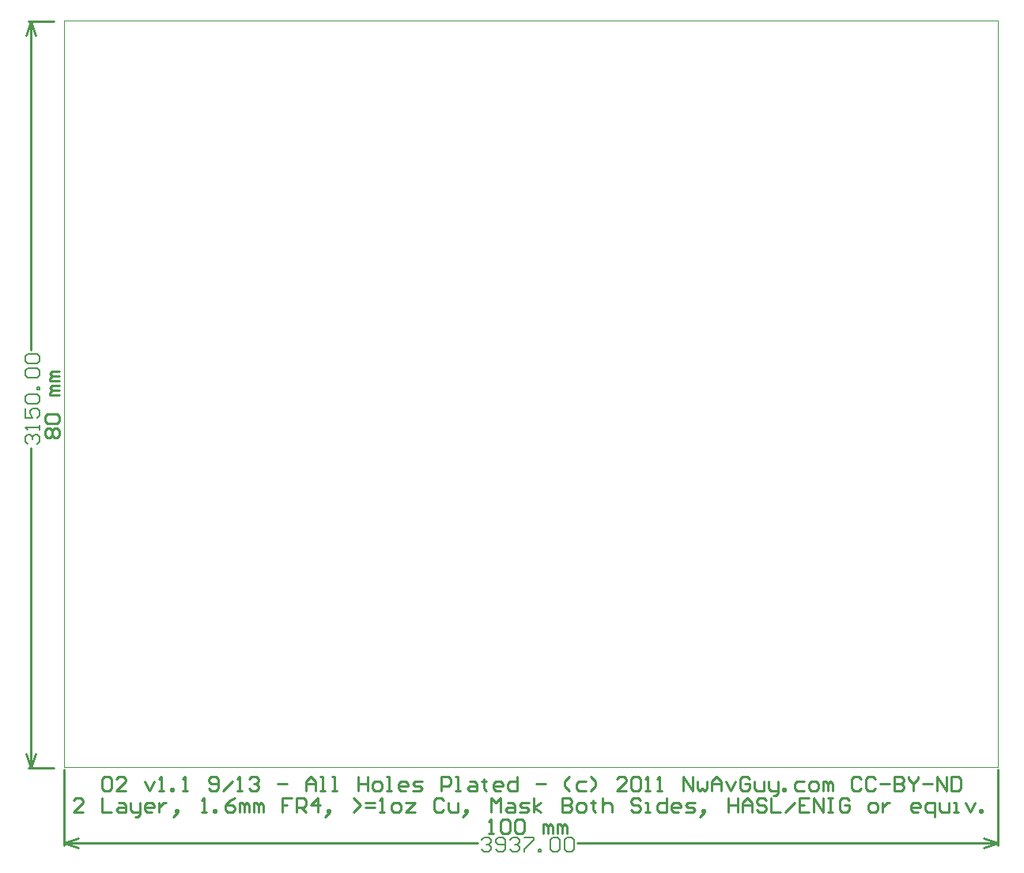
<source format=gm1>
%FSTAX24Y24*%
%MOIN*%
G70*
G01*
G75*
G04 Layer_Color=48896*
%ADD10C,0.0200*%
%ADD11C,0.0220*%
%ADD12C,0.0160*%
%ADD13C,0.0100*%
%ADD14C,0.0150*%
%ADD15C,0.0120*%
%ADD16C,0.0300*%
%ADD17C,0.0250*%
%ADD18C,0.0450*%
%ADD19C,0.0420*%
%ADD20C,0.1000*%
%ADD21C,0.0350*%
%ADD22C,0.0500*%
%ADD23C,0.0600*%
%ADD24C,0.0700*%
%ADD25C,0.0400*%
%ADD26C,0.0550*%
%ADD27C,0.0380*%
%ADD28C,0.0750*%
%ADD29R,0.0559X0.1130*%
%ADD30C,0.0010*%
%ADD31C,0.0670*%
%ADD32O,0.0748X0.0984*%
%ADD33O,0.0787X0.0984*%
%ADD34O,0.0950X0.1400*%
%ADD35O,0.0900X0.1400*%
%ADD36O,0.1400X0.0950*%
%ADD37C,0.0750*%
%ADD38C,0.0580*%
%ADD39C,0.0640*%
%ADD40C,0.0660*%
%ADD41R,0.0660X0.0660*%
%ADD42C,0.0550*%
%ADD43O,0.0540X0.0580*%
%ADD44C,0.0540*%
%ADD45C,0.0500*%
%ADD46C,0.1600*%
%ADD47C,0.1450*%
%ADD48C,0.0700*%
%ADD49O,0.0740X0.1500*%
%ADD50O,0.1500X0.0740*%
%ADD51C,0.0600*%
%ADD52C,0.0800*%
%ADD53O,0.0550X0.0650*%
%ADD54R,0.0550X0.0650*%
%ADD55R,0.0580X0.0580*%
%ADD56O,0.0650X0.0550*%
%ADD57R,0.0650X0.0550*%
%ADD58R,0.0787X0.0787*%
%ADD59C,0.0787*%
%ADD60R,0.0787X0.0787*%
%ADD61R,0.0730X0.0800*%
%ADD62R,0.0690X0.0800*%
%ADD63O,0.0690X0.0800*%
%ADD64C,0.1370*%
%ADD65C,0.0630*%
%ADD66C,0.0079*%
%ADD67C,0.0118*%
%ADD68C,0.0080*%
%ADD69C,0.0090*%
%ADD70R,0.0315X0.1102*%
%ADD71R,0.1102X0.0315*%
%ADD72C,0.0300*%
%ADD73O,0.0828X0.1064*%
%ADD74O,0.0867X0.1064*%
%ADD75O,0.1030X0.1480*%
%ADD76O,0.0980X0.1480*%
%ADD77O,0.1480X0.1030*%
%ADD78C,0.0830*%
%ADD79C,0.0720*%
%ADD80C,0.0740*%
%ADD81R,0.0740X0.0740*%
%ADD82O,0.0620X0.0660*%
%ADD83C,0.0620*%
%ADD84C,0.1680*%
%ADD85C,0.1530*%
%ADD86C,0.0780*%
%ADD87O,0.0820X0.1580*%
%ADD88O,0.1580X0.0820*%
%ADD89C,0.0680*%
%ADD90C,0.0880*%
%ADD91O,0.0630X0.0730*%
%ADD92R,0.0630X0.0730*%
%ADD93O,0.0730X0.0630*%
%ADD94R,0.0730X0.0630*%
%ADD95R,0.0867X0.0867*%
%ADD96C,0.0867*%
%ADD97R,0.0867X0.0867*%
%ADD98R,0.0810X0.0880*%
%ADD99R,0.0770X0.0880*%
%ADD100O,0.0770X0.0880*%
%ADD101C,0.0710*%
%ADD102R,0.2111X0.0800*%
%ADD103C,0.0060*%
D13*
X019685Y-0348D02*
Y-031605D01*
X-019685Y-0348D02*
Y-031605D01*
X001949Y-0347D02*
X019685D01*
X-019685D02*
X-002269D01*
X019085Y-0345D02*
X019685Y-0347D01*
X019085Y-0349D02*
X019685Y-0347D01*
X-019685D02*
X-019085Y-0349D01*
X-019685Y-0347D02*
X-019085Y-0345D01*
X-0212Y-00005D02*
X-02013D01*
X-0212Y-03155D02*
X-02013D01*
X-0211Y-013901D02*
Y-00005D01*
Y-03155D02*
Y-018019D01*
X-0213Y-00065D02*
X-0211Y-00005D01*
X-0209Y-00065D01*
X-0211Y-03155D02*
X-0209Y-03095D01*
X-0213D02*
X-0211Y-03155D01*
X-0018Y-0343D02*
X-0016D01*
X-0017D01*
Y-0337D01*
X-0018Y-0338D01*
X-0013D02*
X-0012Y-0337D01*
X-001D01*
X-0009Y-0338D01*
Y-0342D01*
X-001Y-0343D01*
X-0012D01*
X-0013Y-0342D01*
Y-0338D01*
X-0007D02*
X-0006Y-0337D01*
X-0004D01*
X-0003Y-0338D01*
Y-0342D01*
X-0004Y-0343D01*
X-0006D01*
X-0007Y-0342D01*
Y-0338D01*
X000499Y-0343D02*
Y-0339D01*
X000599D01*
X000699Y-034D01*
Y-0343D01*
Y-034D01*
X000799Y-0339D01*
X000899Y-034D01*
Y-0343D01*
X001099D02*
Y-0339D01*
X001199D01*
X001299Y-034D01*
Y-0343D01*
Y-034D01*
X001399Y-0339D01*
X001499Y-034D01*
Y-0343D01*
X-0204Y-0176D02*
X-0205Y-0175D01*
Y-0173D01*
X-0204Y-0172D01*
X-0203D01*
X-0202Y-0173D01*
X-0201Y-0172D01*
X-02D01*
X-0199Y-0173D01*
Y-0175D01*
X-02Y-0176D01*
X-0201D01*
X-0202Y-0175D01*
X-0203Y-0176D01*
X-0204D01*
X-0202Y-0175D02*
Y-0173D01*
X-0204Y-017D02*
X-0205Y-0169D01*
Y-0167D01*
X-0204Y-0166D01*
X-02D01*
X-0199Y-0167D01*
Y-0169D01*
X-02Y-017D01*
X-0204D01*
X-0199Y-015801D02*
X-0203D01*
Y-015701D01*
X-0202Y-015601D01*
X-0199D01*
X-0202D01*
X-0203Y-015501D01*
X-0202Y-015401D01*
X-0199D01*
Y-015201D02*
X-0203D01*
Y-015101D01*
X-0202Y-015001D01*
X-0199D01*
X-0202D01*
X-0203Y-014901D01*
X-0202Y-014801D01*
X-0199D01*
X-0189Y-0334D02*
X-0193D01*
X-0189Y-033D01*
Y-0329D01*
X-019Y-0328D01*
X-0192D01*
X-0193Y-0329D01*
X-0181Y-0328D02*
Y-0334D01*
X-017701D01*
X-017401Y-033D02*
X-017201D01*
X-017101Y-0331D01*
Y-0334D01*
X-017401D01*
X-017501Y-0333D01*
X-017401Y-0332D01*
X-017101D01*
X-016901Y-033D02*
Y-0333D01*
X-016801Y-0334D01*
X-016501D01*
Y-0335D01*
X-016601Y-0336D01*
X-016701D01*
X-016501Y-0334D02*
Y-033D01*
X-016001Y-0334D02*
X-016201D01*
X-016301Y-0333D01*
Y-0331D01*
X-016201Y-033D01*
X-016001D01*
X-015901Y-0331D01*
Y-0332D01*
X-016301D01*
X-015701Y-033D02*
Y-0334D01*
Y-0332D01*
X-015601Y-0331D01*
X-015501Y-033D01*
X-015401D01*
X-015001Y-0335D02*
X-014901Y-0334D01*
Y-0333D01*
X-015001D01*
Y-0334D01*
X-014901D01*
X-015001Y-0335D01*
X-015101Y-0336D01*
X-013902Y-0334D02*
X-013702D01*
X-013802D01*
Y-0328D01*
X-013902Y-0329D01*
X-013402Y-0334D02*
Y-0333D01*
X-013302D01*
Y-0334D01*
X-013402D01*
X-012502Y-0328D02*
X-012702Y-0329D01*
X-012902Y-0331D01*
Y-0333D01*
X-012802Y-0334D01*
X-012602D01*
X-012502Y-0333D01*
Y-0332D01*
X-012602Y-0331D01*
X-012902D01*
X-012302Y-0334D02*
Y-033D01*
X-012202D01*
X-012102Y-0331D01*
Y-0334D01*
Y-0331D01*
X-012002Y-033D01*
X-011902Y-0331D01*
Y-0334D01*
X-011702D02*
Y-033D01*
X-011602D01*
X-011503Y-0331D01*
Y-0334D01*
Y-0331D01*
X-011403Y-033D01*
X-011303Y-0331D01*
Y-0334D01*
X-010103Y-0328D02*
X-010503D01*
Y-0331D01*
X-010303D01*
X-010503D01*
Y-0334D01*
X-009903D02*
Y-0328D01*
X-009603D01*
X-009503Y-0329D01*
Y-0331D01*
X-009603Y-0332D01*
X-009903D01*
X-009703D02*
X-009503Y-0334D01*
X-009003D02*
Y-0328D01*
X-009303Y-0331D01*
X-008903D01*
X-008603Y-0335D02*
X-008503Y-0334D01*
Y-0333D01*
X-008603D01*
Y-0334D01*
X-008503D01*
X-008603Y-0335D01*
X-008703Y-0336D01*
X-007504Y-0334D02*
X-007204Y-0331D01*
X-007504Y-0328D01*
X-007004Y-0332D02*
X-006604D01*
X-007004Y-033D02*
X-006604D01*
X-006404Y-0334D02*
X-006204D01*
X-006304D01*
Y-0328D01*
X-006404Y-0329D01*
X-005804Y-0334D02*
X-005604D01*
X-005504Y-0333D01*
Y-0331D01*
X-005604Y-033D01*
X-005804D01*
X-005904Y-0331D01*
Y-0333D01*
X-005804Y-0334D01*
X-005305Y-033D02*
X-004905D01*
X-005305Y-0334D01*
X-004905D01*
X-003705Y-0329D02*
X-003805Y-0328D01*
X-004005D01*
X-004105Y-0329D01*
Y-0333D01*
X-004005Y-0334D01*
X-003805D01*
X-003705Y-0333D01*
X-003505Y-033D02*
Y-0333D01*
X-003405Y-0334D01*
X-003105D01*
Y-033D01*
X-002805Y-0335D02*
X-002705Y-0334D01*
Y-0333D01*
X-002805D01*
Y-0334D01*
X-002705D01*
X-002805Y-0335D01*
X-002905Y-0336D01*
X-001706Y-0334D02*
Y-0328D01*
X-001506Y-033D01*
X-001306Y-0328D01*
Y-0334D01*
X-001006Y-033D02*
X-000806D01*
X-000706Y-0331D01*
Y-0334D01*
X-001006D01*
X-001106Y-0333D01*
X-001006Y-0332D01*
X-000706D01*
X-000506Y-0334D02*
X-000206D01*
X-000106Y-0333D01*
X-000206Y-0332D01*
X-000406D01*
X-000506Y-0331D01*
X-000406Y-033D01*
X-000106D01*
X000094Y-0334D02*
Y-0328D01*
Y-0332D02*
X000394Y-033D01*
X000094Y-0332D02*
X000394Y-0334D01*
X001293Y-0328D02*
Y-0334D01*
X001593D01*
X001693Y-0333D01*
Y-0332D01*
X001593Y-0331D01*
X001293D01*
X001593D01*
X001693Y-033D01*
Y-0329D01*
X001593Y-0328D01*
X001293D01*
X001993Y-0334D02*
X002193D01*
X002293Y-0333D01*
Y-0331D01*
X002193Y-033D01*
X001993D01*
X001893Y-0331D01*
Y-0333D01*
X001993Y-0334D01*
X002593Y-0329D02*
Y-033D01*
X002493D01*
X002693D01*
X002593D01*
Y-0333D01*
X002693Y-0334D01*
X002993Y-0328D02*
Y-0334D01*
Y-0331D01*
X003093Y-033D01*
X003293D01*
X003393Y-0331D01*
Y-0334D01*
X004592Y-0329D02*
X004492Y-0328D01*
X004292D01*
X004192Y-0329D01*
Y-033D01*
X004292Y-0331D01*
X004492D01*
X004592Y-0332D01*
Y-0333D01*
X004492Y-0334D01*
X004292D01*
X004192Y-0333D01*
X004792Y-0334D02*
X004992D01*
X004892D01*
Y-033D01*
X004792D01*
X005692Y-0328D02*
Y-0334D01*
X005392D01*
X005292Y-0333D01*
Y-0331D01*
X005392Y-033D01*
X005692D01*
X006192Y-0334D02*
X005992D01*
X005892Y-0333D01*
Y-0331D01*
X005992Y-033D01*
X006192D01*
X006292Y-0331D01*
Y-0332D01*
X005892D01*
X006492Y-0334D02*
X006792D01*
X006892Y-0333D01*
X006792Y-0332D01*
X006592D01*
X006492Y-0331D01*
X006592Y-033D01*
X006892D01*
X007191Y-0335D02*
X007291Y-0334D01*
Y-0333D01*
X007191D01*
Y-0334D01*
X007291D01*
X007191Y-0335D01*
X007091Y-0336D01*
X008291Y-0328D02*
Y-0334D01*
Y-0331D01*
X008691D01*
Y-0328D01*
Y-0334D01*
X008891D02*
Y-033D01*
X009091Y-0328D01*
X009291Y-033D01*
Y-0334D01*
Y-0331D01*
X008891D01*
X009891Y-0329D02*
X009791Y-0328D01*
X009591D01*
X009491Y-0329D01*
Y-033D01*
X009591Y-0331D01*
X009791D01*
X009891Y-0332D01*
Y-0333D01*
X009791Y-0334D01*
X009591D01*
X009491Y-0333D01*
X01009Y-0328D02*
Y-0334D01*
X01049D01*
X01069D02*
X01109Y-033D01*
X01169Y-0328D02*
X01129D01*
Y-0334D01*
X01169D01*
X01129Y-0331D02*
X01149D01*
X01189Y-0334D02*
Y-0328D01*
X01229Y-0334D01*
Y-0328D01*
X01249D02*
X01269D01*
X01259D01*
Y-0334D01*
X01249D01*
X01269D01*
X013389Y-0329D02*
X013289Y-0328D01*
X01309D01*
X01299Y-0329D01*
Y-0333D01*
X01309Y-0334D01*
X013289D01*
X013389Y-0333D01*
Y-0331D01*
X013189D01*
X014289Y-0334D02*
X014489D01*
X014589Y-0333D01*
Y-0331D01*
X014489Y-033D01*
X014289D01*
X014189Y-0331D01*
Y-0333D01*
X014289Y-0334D01*
X014789Y-033D02*
Y-0334D01*
Y-0332D01*
X014889Y-0331D01*
X014989Y-033D01*
X015089D01*
X016288Y-0334D02*
X016089D01*
X015989Y-0333D01*
Y-0331D01*
X016089Y-033D01*
X016288D01*
X016388Y-0331D01*
Y-0332D01*
X015989D01*
X016988Y-0336D02*
Y-033D01*
X016688D01*
X016588Y-0331D01*
Y-0333D01*
X016688Y-0334D01*
X016988D01*
X017188Y-033D02*
Y-0333D01*
X017288Y-0334D01*
X017588D01*
Y-033D01*
X017788Y-0334D02*
X017988D01*
X017888D01*
Y-033D01*
X017788D01*
X018288D02*
X018488Y-0334D01*
X018688Y-033D01*
X018888Y-0334D02*
Y-0333D01*
X018988D01*
Y-0334D01*
X018888D01*
X-0178Y-0319D02*
X-018D01*
X-0181Y-032D01*
Y-0324D01*
X-018Y-0325D01*
X-0178D01*
X-0177Y-0324D01*
Y-032D01*
X-0178Y-0319D01*
X-0171Y-0325D02*
X-0175D01*
X-0171Y-0321D01*
Y-032D01*
X-0172Y-0319D01*
X-0174D01*
X-0175Y-032D01*
X-016301Y-0321D02*
X-016101Y-0325D01*
X-015901Y-0321D01*
X-015701Y-0325D02*
X-015501D01*
X-015601D01*
Y-0319D01*
X-015701Y-032D01*
X-015201Y-0325D02*
Y-0324D01*
X-015101D01*
Y-0325D01*
X-015201D01*
X-014701D02*
X-014501D01*
X-014601D01*
Y-0319D01*
X-014701Y-032D01*
X-013601Y-0324D02*
X-013501Y-0325D01*
X-013302D01*
X-013202Y-0324D01*
Y-032D01*
X-013302Y-0319D01*
X-013501D01*
X-013601Y-032D01*
Y-0321D01*
X-013501Y-0322D01*
X-013202D01*
X-013002Y-0325D02*
X-012602Y-0321D01*
X-012402Y-0325D02*
X-012202D01*
X-012302D01*
Y-0319D01*
X-012402Y-032D01*
X-011902D02*
X-011802Y-0319D01*
X-011602D01*
X-011502Y-032D01*
Y-0321D01*
X-011602Y-0322D01*
X-011702D01*
X-011602D01*
X-011502Y-0323D01*
Y-0324D01*
X-011602Y-0325D01*
X-011802D01*
X-011902Y-0324D01*
X-010702Y-0322D02*
X-010303D01*
X-009503Y-0325D02*
Y-0321D01*
X-009303Y-0319D01*
X-009103Y-0321D01*
Y-0325D01*
Y-0322D01*
X-009503D01*
X-008903Y-0325D02*
X-008703D01*
X-008803D01*
Y-0319D01*
X-008903D01*
X-008403Y-0325D02*
X-008203D01*
X-008303D01*
Y-0319D01*
X-008403D01*
X-007303D02*
Y-0325D01*
Y-0322D01*
X-006904D01*
Y-0319D01*
Y-0325D01*
X-006604D02*
X-006404D01*
X-006304Y-0324D01*
Y-0322D01*
X-006404Y-0321D01*
X-006604D01*
X-006704Y-0322D01*
Y-0324D01*
X-006604Y-0325D01*
X-006104D02*
X-005904D01*
X-006004D01*
Y-0319D01*
X-006104D01*
X-005304Y-0325D02*
X-005504D01*
X-005604Y-0324D01*
Y-0322D01*
X-005504Y-0321D01*
X-005304D01*
X-005204Y-0322D01*
Y-0323D01*
X-005604D01*
X-005004Y-0325D02*
X-004704D01*
X-004604Y-0324D01*
X-004704Y-0323D01*
X-004904D01*
X-005004Y-0322D01*
X-004904Y-0321D01*
X-004604D01*
X-003805Y-0325D02*
Y-0319D01*
X-003505D01*
X-003405Y-032D01*
Y-0322D01*
X-003505Y-0323D01*
X-003805D01*
X-003205Y-0325D02*
X-003005D01*
X-003105D01*
Y-0319D01*
X-003205D01*
X-002605Y-0321D02*
X-002405D01*
X-002305Y-0322D01*
Y-0325D01*
X-002605D01*
X-002705Y-0324D01*
X-002605Y-0323D01*
X-002305D01*
X-002005Y-032D02*
Y-0321D01*
X-002105D01*
X-001905D01*
X-002005D01*
Y-0324D01*
X-001905Y-0325D01*
X-001305D02*
X-001505D01*
X-001605Y-0324D01*
Y-0322D01*
X-001505Y-0321D01*
X-001305D01*
X-001205Y-0322D01*
Y-0323D01*
X-001605D01*
X-000606Y-0319D02*
Y-0325D01*
X-000906D01*
X-001006Y-0324D01*
Y-0322D01*
X-000906Y-0321D01*
X-000606D01*
X000194Y-0322D02*
X000594D01*
X001594Y-0325D02*
X001394Y-0323D01*
Y-0321D01*
X001594Y-0319D01*
X002293Y-0321D02*
X001993D01*
X001894Y-0322D01*
Y-0324D01*
X001993Y-0325D01*
X002293D01*
X002493D02*
X002693Y-0323D01*
Y-0321D01*
X002493Y-0319D01*
X003993Y-0325D02*
X003593D01*
X003993Y-0321D01*
Y-032D01*
X003893Y-0319D01*
X003693D01*
X003593Y-032D01*
X004193D02*
X004293Y-0319D01*
X004493D01*
X004593Y-032D01*
Y-0324D01*
X004493Y-0325D01*
X004293D01*
X004193Y-0324D01*
Y-032D01*
X004793Y-0325D02*
X004993D01*
X004893D01*
Y-0319D01*
X004793Y-032D01*
X005292Y-0325D02*
X005492D01*
X005392D01*
Y-0319D01*
X005292Y-032D01*
X006392Y-0325D02*
Y-0319D01*
X006792Y-0325D01*
Y-0319D01*
X006992Y-0321D02*
Y-0324D01*
X007092Y-0325D01*
X007192Y-0324D01*
X007292Y-0325D01*
X007392Y-0324D01*
Y-0321D01*
X007592Y-0325D02*
Y-0321D01*
X007792Y-0319D01*
X007992Y-0321D01*
Y-0325D01*
Y-0322D01*
X007592D01*
X008191Y-0321D02*
X008391Y-0325D01*
X008591Y-0321D01*
X009191Y-032D02*
X009091Y-0319D01*
X008891D01*
X008791Y-032D01*
Y-0324D01*
X008891Y-0325D01*
X009091D01*
X009191Y-0324D01*
Y-0322D01*
X008991D01*
X009391Y-0321D02*
Y-0324D01*
X009491Y-0325D01*
X009791D01*
Y-0321D01*
X009991D02*
Y-0324D01*
X010091Y-0325D01*
X010391D01*
Y-0326D01*
X010291Y-0327D01*
X010191D01*
X010391Y-0325D02*
Y-0321D01*
X010591Y-0325D02*
Y-0324D01*
X010691D01*
Y-0325D01*
X010591D01*
X01149Y-0321D02*
X011191D01*
X011091Y-0322D01*
Y-0324D01*
X011191Y-0325D01*
X01149D01*
X01179D02*
X01199D01*
X01209Y-0324D01*
Y-0322D01*
X01199Y-0321D01*
X01179D01*
X01169Y-0322D01*
Y-0324D01*
X01179Y-0325D01*
X01229D02*
Y-0321D01*
X01239D01*
X01249Y-0322D01*
Y-0325D01*
Y-0322D01*
X01259Y-0321D01*
X01269Y-0322D01*
Y-0325D01*
X01389Y-032D02*
X01379Y-0319D01*
X01359D01*
X01349Y-032D01*
Y-0324D01*
X01359Y-0325D01*
X01379D01*
X01389Y-0324D01*
X014489Y-032D02*
X014389Y-0319D01*
X01419D01*
X01409Y-032D01*
Y-0324D01*
X01419Y-0325D01*
X014389D01*
X014489Y-0324D01*
X014689Y-0322D02*
X015089D01*
X015289Y-0319D02*
Y-0325D01*
X015589D01*
X015689Y-0324D01*
Y-0323D01*
X015589Y-0322D01*
X015289D01*
X015589D01*
X015689Y-0321D01*
Y-032D01*
X015589Y-0319D01*
X015289D01*
X015889D02*
Y-032D01*
X016089Y-0322D01*
X016289Y-032D01*
Y-0319D01*
X016089Y-0322D02*
Y-0325D01*
X016489Y-0322D02*
X016889D01*
X017089Y-0325D02*
Y-0319D01*
X017488Y-0325D01*
Y-0319D01*
X017688D02*
Y-0325D01*
X017988D01*
X018088Y-0324D01*
Y-032D01*
X017988Y-0319D01*
X017688D01*
D30*
X-019685Y-0315D02*
Y0D01*
X019685D01*
Y-0315D02*
Y0D01*
X-019685Y-0315D02*
X019685D01*
X-019685D02*
Y0D01*
X019685D01*
X-019685Y-0315D02*
X019685D01*
Y0D01*
D103*
X-002109Y-03456D02*
X-002009Y-03446D01*
X-001809D01*
X-001709Y-03456D01*
Y-03466D01*
X-001809Y-03476D01*
X-001909D01*
X-001809D01*
X-001709Y-03486D01*
Y-03496D01*
X-001809Y-03506D01*
X-002009D01*
X-002109Y-03496D01*
X-00151D02*
X-00141Y-03506D01*
X-00121D01*
X-00111Y-03496D01*
Y-03456D01*
X-00121Y-03446D01*
X-00141D01*
X-00151Y-03456D01*
Y-03466D01*
X-00141Y-03476D01*
X-00111D01*
X-00091Y-03456D02*
X-00081Y-03446D01*
X-00061D01*
X-00051Y-03456D01*
Y-03466D01*
X-00061Y-03476D01*
X-00071D01*
X-00061D01*
X-00051Y-03486D01*
Y-03496D01*
X-00061Y-03506D01*
X-00081D01*
X-00091Y-03496D01*
X-00031Y-03446D02*
X00009D01*
Y-03456D01*
X-00031Y-03496D01*
Y-03506D01*
X00029D02*
Y-03496D01*
X00039D01*
Y-03506D01*
X00029D01*
X00079Y-03456D02*
X00089Y-03446D01*
X00109D01*
X00119Y-03456D01*
Y-03496D01*
X00109Y-03506D01*
X00089D01*
X00079Y-03496D01*
Y-03456D01*
X00139D02*
X001489Y-03446D01*
X001689D01*
X001789Y-03456D01*
Y-03496D01*
X001689Y-03506D01*
X001489D01*
X00139Y-03496D01*
Y-03456D01*
X-02124Y-017859D02*
X-02134Y-017759D01*
Y-017559D01*
X-02124Y-01746D01*
X-02114D01*
X-02104Y-017559D01*
Y-017659D01*
Y-017559D01*
X-02094Y-01746D01*
X-02084D01*
X-02074Y-017559D01*
Y-017759D01*
X-02084Y-017859D01*
X-02074Y-01726D02*
Y-01706D01*
Y-01716D01*
X-02134D01*
X-02124Y-01726D01*
X-02134Y-01636D02*
Y-01676D01*
X-02104D01*
X-02114Y-01656D01*
Y-01646D01*
X-02104Y-01636D01*
X-02084D01*
X-02074Y-01646D01*
Y-01666D01*
X-02084Y-01676D01*
X-02124Y-01616D02*
X-02134Y-01606D01*
Y-01586D01*
X-02124Y-01576D01*
X-02084D01*
X-02074Y-01586D01*
Y-01606D01*
X-02084Y-01616D01*
X-02124D01*
X-02074Y-01556D02*
X-02084D01*
Y-01546D01*
X-02074D01*
Y-01556D01*
X-02124Y-01506D02*
X-02134Y-01496D01*
Y-01476D01*
X-02124Y-01466D01*
X-02084D01*
X-02074Y-01476D01*
Y-01496D01*
X-02084Y-01506D01*
X-02124D01*
Y-01446D02*
X-02134Y-014361D01*
Y-014161D01*
X-02124Y-014061D01*
X-02084D01*
X-02074Y-014161D01*
Y-014361D01*
X-02084Y-01446D01*
X-02124D01*
M02*

</source>
